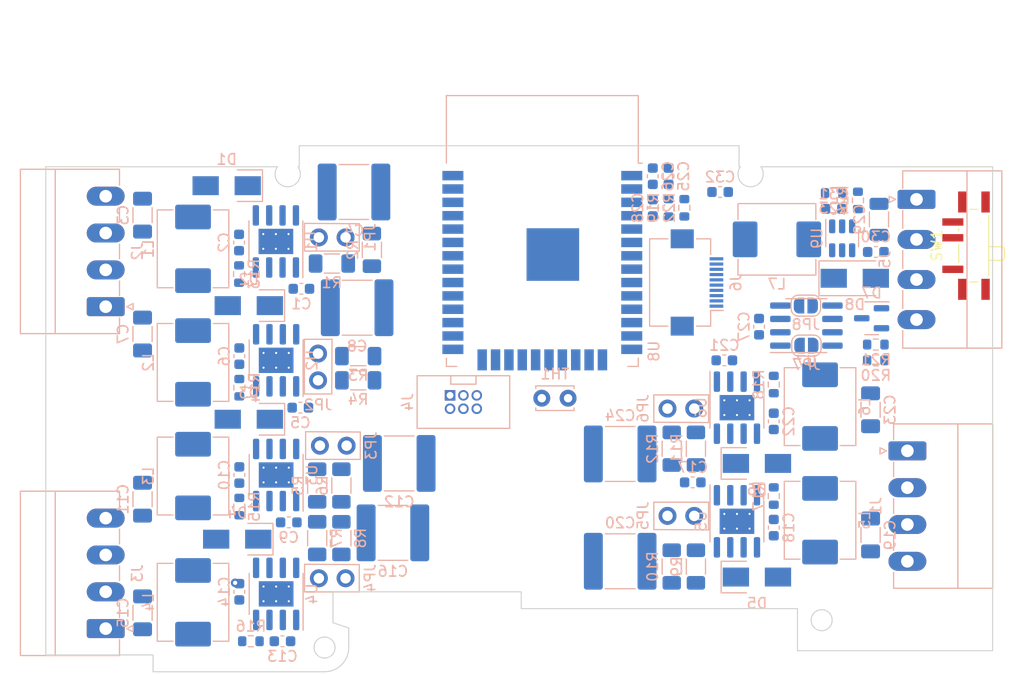
<source format=kicad_pcb>
(kicad_pcb (version 20211014) (generator pcbnew)
  (layers (0 "F.Cu" signal) (31 "B.Cu" signal) (34 "B.Paste" user) (35 "F.Paste" user) (36 "B.SilkS" user "B.Silkscreen") (37 "F.SilkS" user "F.Silkscreen") (38 "B.Mask" user) (39 "F.Mask" user) (44 "Edge.Cuts" user))
  (net 0 "")
  (net 1 "GND")
  (net 2 "Net-(C2-Pad1)")
  (net 3 "/LED_DRV/LED-")
  (net 4 "+48V")
  (net 5 "Net-(C6-Pad1)")
  (net 6 "/LED_DRV1/LED-")
  (net 7 "Net-(C10-Pad1)")
  (net 8 "/LED_DRV2/LED-")
  (net 9 "Net-(C14-Pad1)")
  (net 10 "/LED_DRV3/LED-")
  (net 11 "Net-(C18-Pad1)")
  (net 12 "/LED_DRV4/LED-")
  (net 13 "Net-(C22-Pad1)")
  (net 14 "/LED_DRV5/LED-")
  (net 15 "Net-(JP1-Pad1)")
  (net 16 "Net-(JP2-Pad1)")
  (net 17 "Net-(JP3-Pad1)")
  (net 18 "Net-(JP4-Pad1)")
  (net 19 "Net-(JP5-Pad1)")
  (net 20 "Net-(JP6-Pad1)")
  (net 21 "/LED_DRV/DIM")
  (net 22 "/LED_DRV1/DIM")
  (net 23 "/LED_DRV2/DIM")
  (net 24 "/LED_DRV3/DIM")
  (net 25 "/LED_DRV4/DIM")
  (net 26 "/LED_DRV5/DIM")
  (net 39 "/LED_DRV/CS")
  (net 40 "/LED_DRV1/CS")
  (net 41 "/LED_DRV2/CS")
  (net 42 "/LED_DRV3/CS")
  (net 43 "/LED_DRV4/CS")
  (net 44 "/LED_DRV5/CS")
  (net 45 "/LED_DRV/SW")
  (net 46 "/LED_DRV1/SW")
  (net 47 "/LED_DRV2/SW")
  (net 48 "/LED_DRV3/SW")
  (net 49 "/LED_DRV4/SW")
  (net 50 "/LED_DRV5/SW")
  (net 51 "/LED_DRV/COMP")
  (net 52 "/LED_DRV1/COMP")
  (net 53 "/LED_DRV2/COMP")
  (net 54 "/LED_DRV3/COMP")
  (net 55 "/LED_DRV4/COMP")
  (net 56 "/LED_DRV5/COMP")
  (net 57 "+3V3")
  (net 58 "RESET")
  (net 59 "+24V")
  (net 60 "Net-(C31-Pad1)")
  (net 61 "/SW")
  (net 62 "+5V")
  (net 63 "CANH_SDA")
  (net 64 "CANL_SCL")
  (net 65 "PROG_TX")
  (net 66 "PROG_RX")
  (net 67 "PROG_IO0")
  (net 68 "CAN_TX")
  (net 69 "CAN_RX")
  (net 70 "Net-(R20-Pad1)")
  (net 71 "Net-(R21-Pad2)")
  (net 72 "/THERM")
  (net 73 "Net-(R23-Pad2)")
  (net 76 "SW1")
  (net 79 "LED0")
  (net 80 "LED1")
  (net 81 "LED2")
  (net 82 "LED4")
  (net 83 "LED3")
  (net 84 "LED11")
  (net 91 "BUZZER")
  (net 92 "LED10")
  (net 93 "LED9")
  (net 94 "LED8")
  (net 95 "LED7")
  (net 96 "BACKLIGHT")
  (net 97 "SCLK")
  (net 98 "LED6")
  (net 100 "LED5")
  (net 101 "RS")
  (net 102 "MOSI")
  (footprint "liebler_MECH:SW_SPDT_PCM12_handsolder" (layer "F.Cu") (at 192.9 115.3 90)
    (fp_text reference "SW1" (at 0 -3.2 90) (layer "F.SilkS"))
    (fp_text value "CAN TERM ON")
    (pad "" smd rect locked (at 4.15 1.43 90) (size 2 0.8) (layers "F.Cu" "F.Paste" "F.Mask"))
    (pad "" np_thru_hole circle locked (at -1.5 0.33 90) (size 0.9 0.9) (drill 0.9) (layers *.Cu *.Mask))
    (pad "" smd rect locked (at -4.15 1.43 90) (size 2 0.8) (layers "F.Cu" "F.Paste" "F.Mask"))
    (pad "" np_thru_hole circle locked (at 1.5 0.33 90) (size 0.9 0.9) (drill 0.9) (layers *.Cu *.Mask))
    (pad "" smd rect locked (at 4.15 -0.78 90) (size 2 0.8) (layers "F.Cu" "F.Paste" "F.Mask"))
    (pad "" smd rect locked (at -4.15 -0.78 90) (size 2 0.8) (layers "F.Cu" "F.Paste" "F.Mask"))
    (pad "1" smd rect locked (at -2.25 -1.68 90) (size 0.7 2) (layers "F.Cu" "F.Paste" "F.Mask"))
    (pad "2" smd rect locked (at 0.75 -1.68 90) (size 0.7 2) (layers "F.Cu" "F.Paste" "F.Mask") (net 71 "Net-(R21-Pad2)"))
    (pad "3" smd rect locked (at 2.25 -1.68 90) (size 0.7 2) (layers "F.Cu" "F.Paste" "F.Mask") (net 64 "CANL_SCL"))
  )
  (footprint "Capacitor_SMD:C_2220_5650Metric" (layer "B.Cu") (at 159.6 145.3 180)
    (fp_text reference "C20" (at 0 3.65) (layer "B.SilkS") (effects (justify mirror)))
    (fp_text value "10u/100V")
    (pad "1" smd roundrect (at -2.55 0 180) (size 1.8 5.4) (layers "B.Cu" "B.Paste" "B.Mask") (roundrect_rratio 0.138889) (net 4 "+48V"))
    (pad "2" smd roundrect (at 2.55 0 180) (size 1.8 5.4) (layers "B.Cu" "B.Paste" "B.Mask") (roundrect_rratio 0.138889) (net 1 "GND"))
  )
  (footprint "Capacitor_SMD:C_2220_5650Metric" (layer "B.Cu") (at 134.6 121.2)
    (fp_text reference "C8" (at 0 3.65) (layer "B.SilkS") (effects (justify mirror)))
    (fp_text value "10u/100V")
    (pad "1" smd roundrect (at -2.55 0) (size 1.8 5.4) (layers "B.Cu" "B.Paste" "B.Mask") (roundrect_rratio 0.138889) (net 4 "+48V"))
    (pad "2" smd roundrect (at 2.55 0) (size 1.8 5.4) (layers "B.Cu" "B.Paste" "B.Mask") (roundrect_rratio 0.138889) (net 1 "GND"))
  )
  (footprint "Resistor_SMD:R_1206_3216Metric_Pad1.30x1.75mm_HandSolder" (layer "B.Cu") (at 130.8 143.1 90)
    (fp_text reference "R7" (at 0 1.82 90) (layer "B.SilkS") (effects (justify mirror)))
    (fp_text value "0R66")
    (pad "1" smd roundrect (at -1.55 0 90) (size 1.3 1.75) (layers "B.Cu" "B.Paste" "B.Mask") (roundrect_rratio 0.192308) (net 42 "/LED_DRV3/CS"))
    (pad "2" smd roundrect (at 1.55 0 90) (size 1.3 1.75) (layers "B.Cu" "B.Paste" "B.Mask") (roundrect_rratio 0.192308) (net 4 "+48V"))
  )
  (footprint "Capacitor_SMD:C_0603_1608Metric" (layer "B.Cu") (at 162.7 108.7 90)
    (fp_text reference "C26" (at 0 1.43 90) (layer "B.SilkS") (effects (justify mirror)))
    (fp_text value "u1")
    (pad "1" smd roundrect (at -0.775 0 90) (size 0.9 0.95) (layers "B.Cu" "B.Paste" "B.Mask") (net 57 "+3V3"))
    (pad "2" smd roundrect (at 0.775 0 90) (size 0.9 0.95) (layers "B.Cu" "B.Paste" "B.Mask") (net 1 "GND"))
  )
  (footprint "Capacitor_SMD:C_1206_3216Metric_Pad1.33x1.80mm_HandSolder" (layer "B.Cu") (at 114.2 139.4 -90)
    (fp_text reference "C11" (at 0 1.85 90) (layer "B.SilkS") (effects (justify mirror)))
    (fp_text value "10u/50V")
    (pad "1" smd roundrect (at -1.5625 0 270) (size 1.325 1.8) (layers "B.Cu" "B.Paste" "B.Mask") (roundrect_rratio 0.188679) (net 41 "/LED_DRV2/CS"))
    (pad "2" smd roundrect (at 1.5625 0 270) (size 1.325 1.8) (layers "B.Cu" "B.Paste" "B.Mask") (roundrect_rratio 0.188679) (net 8 "/LED_DRV2/LED-"))
  )
  (footprint "Capacitor_SMD:C_1206_3216Metric_Pad1.33x1.80mm_HandSolder" (layer "B.Cu") (at 183.4 130.9 90)
    (fp_text reference "C23" (at 0 1.85 90) (layer "B.SilkS") (effects (justify mirror)))
    (fp_text value "10u/50V")
    (pad "1" smd roundrect (at -1.5625 0 90) (size 1.325 1.8) (layers "B.Cu" "B.Paste" "B.Mask") (roundrect_rratio 0.188679) (net 44 "/LED_DRV5/CS"))
    (pad "2" smd roundrect (at 1.5625 0 90) (size 1.325 1.8) (layers "B.Cu" "B.Paste" "B.Mask") (roundrect_rratio 0.188679) (net 14 "/LED_DRV5/LED-"))
  )
  (footprint "Capacitor_SMD:C_0603_1608Metric" (layer "B.Cu") (at 128.1 141.6)
    (fp_text reference "C9" (at 0 1.43) (layer "B.SilkS") (effects (justify mirror)))
    (fp_text value "1n/25V")
    (pad "1" smd roundrect (at -0.775 0) (size 0.9 0.95) (layers "B.Cu" "B.Paste" "B.Mask") (net 53 "/LED_DRV2/COMP"))
    (pad "2" smd roundrect (at 0.775 0) (size 0.9 0.95) (layers "B.Cu" "B.Paste" "B.Mask") (net 1 "GND"))
  )
  (footprint "Capacitor_SMD:C_0603_1608Metric" (layer "B.Cu") (at 162.7 111.7 -90)
    (fp_text reference "C28" (at 0 1.43 90) (layer "B.SilkS") (effects (justify mirror)))
    (fp_text value "u1")
    (pad "1" smd roundrect (at -0.775 0 270) (size 0.9 0.95) (layers "B.Cu" "B.Paste" "B.Mask") (net 58 "RESET"))
    (pad "2" smd roundrect (at 0.775 0 270) (size 0.9 0.95) (layers "B.Cu" "B.Paste" "B.Mask") (net 1 "GND"))
  )
  (footprint "liebler_CONN:IDC_2x03_P1.27mm_Vertical" (layer "B.Cu") (at 144.7 130.165 -90)
    (fp_text reference "J4" (at 0 5.3 90) (layer "B.SilkS") (effects (justify mirror)))
    (fp_text value "PROG")
    (pad "1" thru_hole rect locked (at -0.635 1.27 270) (size 1 1) (drill 0.65) (layers *.Cu *.Mask) (net 58 "RESET"))
    (pad "2" thru_hole oval locked (at 0.635 1.27 270) (size 1 1) (drill 0.65) (layers *.Cu *.Mask) (net 57 "+3V3"))
    (pad "3" thru_hole oval locked (at -0.635 0 270) (size 1 1) (drill 0.65) (layers *.Cu *.Mask) (net 65 "PROG_TX"))
    (pad "4" thru_hole oval locked (at 0.635 0 270) (size 1 1) (drill 0.65) (layers *.Cu *.Mask) (net 1 "GND"))
    (pad "5" thru_hole oval locked (at -0.635 -1.27 270) (size 1 1) (drill 0.65) (layers *.Cu *.Mask) (net 66 "PROG_RX"))
    (pad "6" thru_hole oval locked (at 0.635 -1.27 270) (size 1 1) (drill 0.65) (layers *.Cu *.Mask) (net 67 "PROG_IO0"))
  )
  (footprint "Inductor_SMD:L_Abracon_ASPI-0630LR" (layer "B.Cu") (at 178.6 130.6 90)
    (fp_text reference "L6" (at 0 4.25 90) (layer "B.SilkS") (effects (justify mirror)))
    (fp_text value "47u")
    (pad "1" smd roundrect (at -3.025 0 90) (size 2.35 3.4) (layers "B.Cu" "B.Paste" "B.Mask") (roundrect_rratio 0.1) (net 50 "/LED_DRV5/SW"))
    (pad "2" smd roundrect (at 3.025 0 90) (size 2.35 3.4) (layers "B.Cu" "B.Paste" "B.Mask") (roundrect_rratio 0.1) (net 14 "/LED_DRV5/LED-"))
  )
  (footprint "Connector_FFC-FPC:Hirose_FH12-10S-0.5SH_1x10-1MP_P0.50mm_Horizontal" (layer "B.Cu") (at 166.9 118.8 90)
    (fp_text reference "J6" (at 0 3.7 90) (layer "B.SilkS") (effects (justify mirror)))
    (fp_text value "HMI")
    (pad "1" smd rect (at -2.25 1.85 90) (size 0.3 1.3) (layers "B.Cu" "B.Paste" "B.Mask") (net 91 "BUZZER"))
    (pad "2" smd rect (at -1.75 1.85 90) (size 0.3 1.3) (layers "B.Cu" "B.Paste" "B.Mask") (net 102 "MOSI"))
    (pad "3" smd rect (at -1.25 1.85 90) (size 0.3 1.3) (layers "B.Cu" "B.Paste" "B.Mask") (net 97 "SCLK"))
    (pad "4" smd rect (at -0.75 1.85 90) (size 0.3 1.3) (layers "B.Cu" "B.Paste" "B.Mask") (net 76 "SW1"))
    (pad "5" smd rect (at -0.25 1.85 90) (size 0.3 1.3) (layers "B.Cu" "B.Paste" "B.Mask") (net 101 "RS"))
    (pad "6" smd rect (at 0.25 1.85 90) (size 0.3 1.3) (layers "B.Cu" "B.Paste" "B.Mask") (net 58 "RESET"))
    (pad "7" smd rect (at 0.75 1.85 90) (size 0.3 1.3) (layers "B.Cu" "B.Paste" "B.Mask") (net 1 "GND"))
    (pad "8" smd rect (at 1.25 1.85 90) (size 0.3 1.3) (layers "B.Cu" "B.Paste" "B.Mask") (net 1 "GND"))
    (pad "9" smd rect (at 1.75 1.85 90) (size 0.3 1.3) (layers "B.Cu" "B.Paste" "B.Mask") (net 57 "+3V3"))
    (pad "10" smd rect (at 2.25 1.85 90) (size 0.3 1.3) (layers "B.Cu" "B.Paste" "B.Mask") (net 96 "BACKLIGHT"))
    (pad "MP" smd rect (at 4.15 -1.4 90) (size 1.8 2.2) (layers "B.Cu" "B.Paste" "B.Mask"))
    (pad "MP" smd rect (at -4.15 -1.4 90) (size 1.8 2.2) (layers "B.Cu" "B.Paste" "B.Mask"))
  )
  (footprint "liebler_CONN:Jumper 2x2.54" (layer "B.Cu") (at 164.1 130.785 -90)
    (fp_text reference "JP6" (at 0 2.33 -270) (layer "B.SilkS") (effects (justify mirror)))
    (fp_text value "3W")
    (pad "1" thru_hole circle (at 0 0 270) (size 1.7 1.7) (drill 1) (layers *.Cu *.Mask) (net 20 "Net-(JP6-Pad1)"))
    (pad "2" thru_hole oval (at 0 -2.54 270) (size 1.7 1.7) (drill 1) (layers *.Cu *.Mask) (net 44 "/LED_DRV5/CS"))
  )
  (footprint "Capacitor_SMD:C_0603_1608Metric" (layer "B.Cu") (at 174.2 142.1 90)
    (fp_text reference "C18" (at 0 1.43 90) (layer "B.SilkS") (effects (justify mirror)))
    (fp_text value "1u/25V")
    (pad "1" smd roundrect (at -0.775 0 90) (size 0.9 0.95) (layers "B.Cu" "B.Paste" "B.Mask") (net 11 "Net-(C18-Pad1)"))
    (pad "2" smd roundrect (at 0.775 0 90) (size 0.9 0.95) (layers "B.Cu" "B.Paste" "B.Mask") (net 1 "GND"))
  )
  (footprint "Capacitor_SMD:C_1206_3216Metric_Pad1.33x1.80mm_HandSolder" (layer "B.Cu") (at 114.2 150.2 -90)
    (fp_text reference "C15" (at 0 1.85 90) (layer "B.SilkS") (effects (justify mirror)))
    (fp_text value "10u/50V")
    (pad "1" smd roundrect (at -1.5625 0 270) (size 1.325 1.8) (layers "B.Cu" "B.Paste" "B.Mask") (roundrect_rratio 0.188679) (net 42 "/LED_DRV3/CS"))
    (pad "2" smd roundrect (at 1.5625 0 270) (size 1.325 1.8) (layers "B.Cu" "B.Paste" "B.Mask") (roundrect_rratio 0.188679) (net 10 "/LED_DRV3/LED-"))
  )
  (footprint "Package_SO:SOIC-8_3.9x4.9mm_P1.27mm" (layer "B.Cu") (at 177.3 122.9)
    (fp_text reference "U7" (at 0 3.4) (layer "B.SilkS") (effects (justify mirror)))
    (fp_text value "SN65HVD230")
    (pad "1" smd roundrect (at -2.475 1.905) (size 1.95 0.6) (layers "B.Cu" "B.Paste" "B.Mask") (net 68 "CAN_TX"))
    (pad "2" smd roundrect (at -2.475 0.635) (size 1.95 0.6) (layers "B.Cu" "B.Paste" "B.Mask") (net 1 "GND"))
    (pad "3" smd roundrect (at -2.475 -0.635) (size 1.95 0.6) (layers "B.Cu" "B.Paste" "B.Mask") (net 57 "+3V3"))
    (pad "4" smd roundrect (at -2.475 -1.905) (size 1.95 0.6) (layers "B.Cu" "B.Paste" "B.Mask") (net 69 "CAN_RX"))
    (pad "5" smd roundrect (at 2.475 -1.905) (size 1.95 0.6) (layers "B.Cu" "B.Paste" "B.Mask"))
    (pad "6" smd roundrect (at 2.475 -0.635) (size 1.95 0.6) (layers "B.Cu" "B.Paste" "B.Mask") (net 64 "CANL_SCL"))
    (pad "7" smd roundrect (at 2.475 0.635) (size 1.95 0.6) (layers "B.Cu" "B.Paste" "B.Mask") (net 63 "CANH_SDA"))
    (pad "8" smd roundrect (at 2.475 1.905) (size 1.95 0.6) (layers "B.Cu" "B.Paste" "B.Mask") (net 70 "Net-(R20-Pad1)"))
  )
  (footprint "Inductor_SMD:L_Abracon_ASPI-0630LR" (layer "B.Cu") (at 119 115.6 -90)
    (fp_text reference "L1" (at 0 4.25 -270) (layer "B.SilkS") (effects (justify mirror)))
    (fp_text value "47u")
    (pad "1" smd roundrect (at -3.025 0 270) (size 2.35 3.4) (layers "B.Cu" "B.Paste" "B.Mask") (roundrect_rratio 0.1) (net 45 "/LED_DRV/SW"))
    (pad "2" smd roundrect (at 3.025 0 270) (size 2.35 3.4) (layers "B.Cu" "B.Paste" "B.Mask") (roundrect_rratio 0.1) (net 3 "/LED_DRV/LED-"))
  )
  (footprint "Resistor_SMD:R_0603_1608Metric" (layer "B.Cu") (at 183.9 124.7)
    (fp_text reference "R21" (at 0 1.43) (layer "B.SilkS") (effects (justify mirror)))
    (fp_text value "k12")
    (pad "1" smd roundrect (at -0.825 0) (size 0.8 0.95) (layers "B.Cu" "B.Paste" "B.Mask") (net 63 "CANH_SDA"))
    (pad "2" smd roundrect (at 0.825 0) (size 0.8 0.95) (layers "B.Cu" "B.Paste" "B.Mask") (net 71 "Net-(R21-Pad2)"))
  )
  (footprint "Capacitor_SMD:C_0603_1608Metric" (layer "B.Cu") (at 123.4 125.8 -90)
    (fp_text reference "C6" (at 0 1.43 90) (layer "B.SilkS") (effects (justify mirror)))
    (fp_text value "1u/25V")
    (pad "1" smd roundrect (at -0.775 0 270) (size 0.9 0.95) (layers "B.Cu" "B.Paste" "B.Mask") (net 5 "Net-(C6-Pad1)"))
    (pad "2" smd roundrect (at 0.775 0 270) (size 0.9 0.95) (layers "B.Cu" "B.Paste" "B.Mask") (net 1 "GND"))
  )
  (footprint "Capacitor_SMD:C_0603_1608Metric" (layer "B.Cu") (at 123.375 115 -90)
    (fp_text reference "C2" (at 0 1.43 90) (layer "B.SilkS") (effects (justify mirror)))
    (fp_text value "1u/25V")
    (pad "1" smd roundrect (at -0.775 0 270) (size 0.9 0.95) (layers "B.Cu" "B.Paste" "B.Mask") (net 2 "Net-(C2-Pad1)"))
    (pad "2" smd roundrect (at 0.775 0 270) (size 0.9 0.95) (layers "B.Cu" "B.Paste" "B.Mask") (net 1 "GND"))
  )
  (footprint "Resistor_SMD:R_0603_1608Metric" (layer "B.Cu") (at 123.4 140.1 90)
    (fp_text reference "R15" (at 0 1.43 90) (layer "B.SilkS") (effects (justify mirror)))
    (fp_text value "10k")
    (pad "1" smd roundrect (at -0.825 0 90) (size 0.8 0.95) (layers "B.Cu" "B.Paste" "B.Mask") (net 23 "/LED_DRV2/DIM"))
    (pad "2" smd roundrect (at 0.825 0 90) (size 0.8 0.95) (layers "B.Cu" "B.Paste" "B.Mask") (net 1 "GND"))
  )
  (footprint "RF_Module:ESP32-WROOM-32" (layer "B.Cu") (at 152.2 116.9 180)
    (fp_text reference "U8" (at -10.61 -8.43 90) (layer "B.SilkS") (effects (justify mirror)))
    (fp_text value "ESP32-WROOM-32")
    (pad "1" smd rect (at -8.5 8.255 180) (size 2 0.9) (layers "B.Cu" "B.Paste" "B.Mask") (net 1 "GND"))
    (pad "2" smd rect (at -8.5 6.985 180) (size 2 0.9) (layers "B.Cu" "B.Paste" "B.Mask") (net 57 "+3V3"))
    (pad "3" smd rect (at -8.5 5.715 180) (size 2 0.9) (layers "B.Cu" "B.Paste" "B.Mask") (net 58 "RESET"))
    (pad "4" smd rect (at -8.5 4.445 180) (size 2 0.9) (layers "B.Cu" "B.Paste" "B.Mask") (net 76 "SW1"))
    (pad "5" smd rect (at -8.5 3.175 180) (size 2 0.9) (layers "B.Cu" "B.Paste" "B.Mask"))
    (pad "6" smd rect (at -8.5 1.905 180) (size 2 0.9) (layers "B.Cu" "B.Paste" "B.Mask") (net 72 "/THERM"))
    (pad "7" smd rect (at -8.5 0.635 180) (size 2 0.9) (layers "B.Cu" "B.Paste" "B.Mask") (net 69 "CAN_RX"))
    (pad "8" smd rect (at -8.5 -0.635 180) (size 2 0.9) (layers "B.Cu" "B.Paste" "B.Mask") (net 68 "CAN_TX"))
    (pad "9" smd rect (at -8.5 -1.905 180) (size 2 0.9) (layers "B.Cu" "B.Paste" "B.Mask"))
    (pad "10" smd rect (at -8.5 -3.175 180) (size 2 0.9) (layers "B.Cu" "B.Paste" "B.Mask") (net 79 "LED0"))
    (pad "11" smd rect (at -8.5 -4.445 180) (size 2 0.9) (layers "B.Cu" "B.Paste" "B.Mask") (net 80 "LED1"))
    (pad "12" smd rect (at -8.5 -5.715 180) (size 2 0.9) (layers "B.Cu" "B.Paste" "B.Mask") (net 81 "LED2"))
    (pad "13" smd rect (at -8.5 -6.985 180) (size 2 0.9) (layers "B.Cu" "B.Paste" "B.Mask") (net 82 "LED4"))
    (pad "14" smd rect (at -8.5 -8.255 180) (size 2 0.9) (layers "B.Cu" "B.Paste" "B.Mask") (net 83 "LED3"))
    (pad "15" smd rect (at -5.715 -9.255 90) (size 2 0.9) (layers "B.Cu" "B.Paste" "B.Mask") (net 1 "GND"))
    (pad "16" smd rect (at -4.445 -9.255 90) (size 2 0.9) (layers "B.Cu" "B.Paste" "B.Mask") (net 84 "LED11"))
    (pad "17" smd rect (at -3.175 -9.255 90) (size 2 0.9) (layers "B.Cu" "B.Paste" "B.Mask"))
    (pad "18" smd rect (at -1.905 -9.255 90) (size 2 0.9) (layers "B.Cu" "B.Paste" "B.Mask"))
    (pad "19" smd rect (at -0.635 -9.255 90) (size 2 0.9) (layers "B.Cu" "B.Paste" "B.Mask"))
    (pad "20" smd rect (at 0.635 -9.255 90) (size 2 0.9) (layers "B.Cu" "B.Paste" "B.Mask"))
    (pad "21" smd rect (at 1.905 -9.255 90) (size 2 0.9) (layers "B.Cu" "B.Paste" "B.Mask"))
    (pad "22" smd rect (at 3.175 -9.255 90) (size 2 0.9) (layers "B.Cu" "B.Paste" "B.Mask"))
    (pad "23" smd rect (at 4.445 -9.255 90) (size 2 0.9) (layers "B.Cu" "B.Paste" "B.Mask") (net 91 "BUZZER"))
    (pad "24" smd rect (at 5.715 -9.255 90) (size 2 0.9) (layers "B.Cu" "B.Paste" "B.Mask") (net 92 "LED10"))
    (pad "25" smd rect (at 8.5 -8.255 180) (size 2 0.9) (layers "B.Cu" "B.Paste" "B.Mask") (net 67 "PROG_IO0"))
    (pad "26" smd rect (at 8.5 -6.985 180) (size 2 0.9) (layers "B.Cu" "B.Paste" "B.Mask") (net 93 "LED9"))
    (pad "27" smd rect (at 8.5 -5.715 180) (size 2 0.9) (layers "B.Cu" "B.Paste" "B.Mask") (net 94 "LED8"))
    (pad "28" smd rect (at 8.5 -4.445 180) (size 2 0.9) (layers "B.Cu" "B.Paste" "B.Mask") (net 95 "LED7"))
    (pad "29" smd rect (at 8.5 -3.175 180) (size 2 0.9) (layers "B.Cu" "B.Paste" "B.Mask") (net 96 "BACKLIGHT"))
    (pad "30" smd rect (at 8.5 -1.905 180) (size 2 0.9) (layers "B.Cu" "B.Paste" "B.Mask") (net 97 "SCLK"))
    (pad "31" smd rect (at 8.5 -0.635 180) (size 2 0.9) (layers "B.Cu" "B.Paste" "B.Mask") (net 98 "LED6"))
    (pad "32" smd rect (at 8.5 0.635 180) (size 2 0.9) (layers "B.Cu" "B.Paste" "B.Mask"))
    (pad "33" smd rect (at 8.5 1.905 180) (size 2 0.9) (layers "B.Cu" "B.Paste" "B.Mask") (net 100 "LED5"))
    (pad "34" smd rect (at 8.5 3.175 180) (size 2 0.9) (layers "B.Cu" "B.Paste" "B.Mask") (net 66 "PROG_RX"))
    (pad "35" smd rect (at 8.5 4.445 180) (size 2 0.9) (layers "B.Cu" "B.Paste" "B.Mask") (net 65 "PROG_TX"))
    (pad "36" smd rect (at 8.5 5.715 180) (size 2 0.9) (layers "B.Cu" "B.Paste" "B.Mask") (net 101 "RS"))
    (pad "37" smd rect (at 8.5 6.985 180) (size 2 0.9) (layers "B.Cu" "B.Paste" "B.Mask") (net 102 "MOSI"))
    (pad "38" smd rect (at 8.5 8.255 180) (size 2 0.9) (layers "B.Cu" "B.Paste" "B.Mask") (net 1 "GND"))
    (pad "39" smd rect (at -1 0.755 180) (size 5 5) (layers "B.Cu" "B.Paste" "B.Mask") (net 1 "GND"))
  )
  (footprint "Inductor_SMD:L_Abracon_ASPI-0630LR" (layer "B.Cu") (at 174.5 114.7)
    (fp_text reference "L7" (at 0 4.25) (layer "B.SilkS") (effects (justify mirror)))
    (fp_text value "6u8")
    (pad "1" smd roundrect (at -3.025 0) (size 2.35 3.4) (layers "B.Cu" "B.Paste" "B.Mask") (roundrect_rratio 0.1) (net 62 "+5V"))
    (pad "2" smd roundrect (at 3.025 0) (size 2.35 3.4) (layers "B.Cu" "B.Paste" "B.Mask") (roundrect_rratio 0.1) (net 61 "/SW"))
  )
  (footprint "Resistor_SMD:R_0603_1608Metric" (layer "B.Cu") (at 183.9 126.2)
    (fp_text reference "R20" (at 0 1.43) (layer "B.SilkS") (effects (justify mirror)))
    (fp_text value "4k7")
    (pad "1" smd roundrect (at -0.825 0) (size 0.8 0.95) (layers "B.Cu" "B.Paste" "B.Mask") (net 70 "Net-(R20-Pad1)"))
    (pad "2" smd roundrect (at 0.825 0) (size 0.8 0.95) (layers "B.Cu" "B.Paste" "B.Mask") (net 1 "GND"))
  )
  (footprint "Capacitor_SMD:C_2220_5650Metric" (layer "B.Cu") (at 138 142.6)
    (fp_text reference "C16" (at 0 3.65) (layer "B.SilkS") (effects (justify mirror)))
    (fp_text value "10u/100V")
    (pad "1" smd roundrect (at -2.55 0) (size 1.8 5.4) (layers "B.Cu" "B.Paste" "B.Mask") (roundrect_rratio 0.138889) (net 4 "+48V"))
    (pad "2" smd roundrect (at 2.55 0) (size 1.8 5.4) (layers "B.Cu" "B.Paste" "B.Mask") (roundrect_rratio 0.138889) (net 1 "GND"))
  )
  (footprint "Package_SO:SOIC-8-1EP_3.9x4.9mm_P1.27mm_EP2.41x3.3mm_ThermalVias" (layer "B.Cu") (at 126.9 126.2 90)
    (fp_text reference "U2" (at 0 3.4 90) (layer "B.SilkS") (effects (justify mirror)))
    (fp_text value "BP1808")
    (pad "1" smd roundrect (at -2.475 1.905 90) (size 1.95 0.6) (layers "B.Cu" "B.Paste" "B.Mask") (net 1 "GND"))
    (pad "2" smd roundrect (at -2.475 0.635 90) (size 1.95 0.6) (layers "B.Cu" "B.Paste" "B.Mask") (net 52 "/LED_DRV1/COMP"))
    (pad "3" smd roundrect (at -2.475 -0.635 90) (size 1.95 0.6) (layers "B.Cu" "B.Paste" "B.Mask") (net 22 "/LED_DRV1/DIM"))
    (pad "4" smd roundrect (at -2.475 -1.905 90) (size 1.95 0.6) (layers "B.Cu" "B.Paste" "B.Mask") (net 1 "GND"))
    (pad "5" smd roundrect (at 2.475 -1.905 90) (size 1.95 0.6) (layers "B.Cu" "B.Paste" "B.Mask") (net 46 "/LED_DRV1/SW"))
    (pad "6" smd roundrect (at 2.475 -0.635 90) (size 1.95 0.6) (layers "B.Cu" "B.Paste" "B.Mask") (net 5 "Net-(C6-Pad1)"))
    (pad "7" smd roundrect (at 2.475 0.635 90) (size 1.95 0.6) (layers "B.Cu" "B.Paste" "B.Mask") (net 4 "+48V"))
    (pad "8" smd roundrect (at 2.475 1.905 90) (size 1.95 0.6) (layers "B.Cu" "B.Paste" "B.Mask") (net 40 "/LED_DRV1/CS"))
    (pad "9" thru_hole circle (at 0.7 0 90) (size 0.5 0.5) (drill 0.2) (layers *.Cu) (net 1 "GND"))
    (pad "9" thru_hole circle (at -0.7 -1.2 90) (size 0.5 0.5) (drill 0.2) (layers *.Cu) (net 1 "GND"))
    (pad "9" smd rect (at 0 0 90) (size 2.41 3.3) (layers "B.Cu" "B.Mask") (net 1 "GND"))
    (pad "9" thru_hole circle (at 0.7 -1.2 90) (size 0.5 0.5) (drill 0.2) (layers *.Cu) (net 1 "GND"))
    (pad "9" smd rect (at 0 0 90) (size 1.9 2.9) (layers "F.Cu") (net 1 "GND"))
    (pad "9" thru_hole circle (at 0.7 1.2 90) (size 0.5 0.5) (drill 0.2) (layers *.Cu) (net 1 "GND"))
    (pad "9" thru_hole circle (at -0.7 1.2 90) (size 0.5 0.5) (drill 0.2) (layers *.Cu) (net 1 "GND"))
    (pad "9" thru_hole circle (at -0.7 0 90) (size 0.5 0.5) (drill 0.2) (layers *.Cu) (net 1 "GND"))
  )
  (footprint "Capacitor_SMD:C_0603_1608Metric" (layer "B.Cu") (at 166.5 137.8 180)
    (fp_text reference "C17" (at 0 1.43) (layer "B.SilkS") (effects (justify mirror)))
    (fp_text value "1n/25V")
    (pad "1" smd roundrect (at -0.775 0 180) (size 0.9 0.95) (layers "B.Cu" "B.Paste" "B.Mask") (net 55 "/LED_DRV4/COMP"))
    (pad "2" smd roundrect (at 0.775 0 180) (size 0.9 0.95) (layers "B.Cu" "B.Paste" "B.Mask") (net 1 "GND"))
  )
  (footprint "Resistor_SMD:R_1206_3216Metric_Pad1.30x1.75mm_HandSolder" (layer "B.Cu") (at 164.5 145.8 -90)
    (fp_text reference "R10" (at 0 1.82 90) (layer "B.SilkS") (effects (justify mirror)))
    (fp_text value "0R5")
    (pad "1" smd roundrect (at -1.55 0 270) (size 1.3 1.75) (layers "B.Cu" "B.Paste" "B.Mask") (roundrect_rratio 0.192308) (net 19 "Net-(JP5-Pad1)"))
    (pad "2" smd roundrect (at 1.55 0 270) (size 1.3 1.75) (layers "B.Cu" "B.Paste" "B.Mask") (roundrect_rratio 0.192308) (net 4 "+48V"))
  )
  (footprint "Resistor_SMD:R_1206_3216Metric_Pad1.30x1.75mm_HandSolder" (layer "B.Cu") (at 134.7 125.8)
    (fp_text reference "R3" (at 0 1.82) (layer "B.SilkS") (effects (justify mirror)))
    (fp_text value "0R66")
    (pad "1" smd roundrect (at -1.55 0) (size 1.3 1.75) (layers "B.Cu" "B.Paste" "B.Mask") (roundrect_rratio 0.192308) (net 40 "/LED_DRV1/CS"))
    (pad "2" smd roundrect (at 1.55 0) (size 1.3 1.75) (layers "B.Cu" "B.Paste" "B.Mask") (roundrect_rratio 0.192308) (net 4 "+48V"))
  )
  (footprint "Resistor_SMD:R_1206_3216Metric_Pad1.30x1.75mm_HandSolder" (layer "B.Cu") (at 132.2 117)
    (fp_text reference "R1" (at 0 1.82) (layer "B.SilkS") (effects (justify mirror)))
    (fp_text value "0R66")
    (pad "1" smd roundrect (at -1.55 0) (size 1.3 1.75) (layers "B.Cu" "B.Paste" "B.Mask") (roundrect_rratio 0.192308) (net 39 "/LED_DRV/CS"))
    (pad "2" smd roundrect (at 1.55 0) (size 1.3 1.75) (layers "B.Cu" "B.Paste" "B.Mask") (roundrect_rratio 0.192308) (net 4 "+48V"))
  )
  (footprint "Inductor_SMD:L_Abracon_ASPI-0630LR" (layer "B.Cu") (at 119 137.2 -90)
    (fp_text reference "L3" (at 0 4.25 90) (layer "B.SilkS") (effects (justify mirror)))
    (fp_text value "47u")
    (pad "1" smd roundrect (at -3.025 0 270) (size 2.35 3.4) (layers "B.Cu" "B.Paste" "B.Mask") (roundrect_rratio 0.1) (net 47 "/LED_DRV2/SW"))
    (pad "2" smd roundrect (at 3.025 0 270) (size 2.35 3.4) (layers "B.Cu" "B.Paste" "B.Mask") (roundrect_rratio 0.1) (net 8 "/LED_DRV2/LED-"))
  )
  (footprint "Connector_Phoenix_MC:PhoenixContact_MC_1,5_4-G-3.81_1x04_P3.81mm_Horizontal" (layer "B.Cu") (at 187.7675 110.9 -90)
    (fp_text reference "J5" (at 5.72 3 90) (layer "B.SilkS") (effects (justify mirror)))
    (fp_text value "POWER+CAN")
    (pad "1" thru_hole roundrect (at 0 0 270) (size 1.8 3.6) (drill 1.2) (layers *.Cu *.Mask) (roundrect_rratio 0.138889) (net 1 "GND"))
    (pad "2" thru_hole oval (at 3.81 0 270) (size 1.8 3.6) (drill 1.2) (layers *.Cu *.Mask) (net 59 "+24V"))
    (pad "3" thru_hole oval (at 7.62 0 270) (size 1.8 3.6) (drill 1.2) (layers *.Cu *.Mask) (net 63 "CANH_SDA"))
    (pad "4" thru_hole oval (at 11.43 0 270) (size 1.8 3.6) (drill 1.2) (layers *.Cu *.Mask) (net 64 "CANL_SCL"))
  )
  (footprint "Capacitor_SMD:C_0603_1608Metric" (layer "B.Cu") (at 172.8 123 -90)
    (fp_text reference "C27" (at 0 1.43 90) (layer "B.SilkS") (effects (justify mirror)))
    (fp_text value "u1")
    (pad "1" smd roundrect (at -0.775 0 270) (size 0.9 0.95) (layers "B.Cu" "B.Paste" "B.Mask") (net 57 "+3V3"))
    (pad "2" smd roundrect (at 0.775 0 270) (size 0.9 0.95) (layers "B.Cu" "B.Paste" "B.Mask") (net 1 "GND"))
  )
  (footprint "liebler_CONN:Jumper 2x2.54" (layer "B.Cu") (at 133.5 114.515 90)
    (fp_text reference "JP1" (at 0 2.33 90) (layer "B.SilkS") (effects (justify mirror)))
    (fp_text value "3W")
    (pad "1" thru_hole circle (at 0 0 90) (size 1.7 1.7) (drill 1) (layers *.Cu *.Mask) (net 15 "Net-(JP1-Pad1)"))
    (pad "2" thru_hole oval (at 0 -2.54 90) (size 1.7 1.7) (drill 1) (layers *.Cu *.Mask) (net 39 "/LED_DRV/CS"))
  )
  (footprint "Package_SO:SOIC-8-1EP_3.9x4.9mm_P1.27mm_EP2.41x3.3mm_ThermalVias" (layer "B.Cu") (at 170.7 130.7 -90)
    (fp_text reference "U6" (at 0 3.4 90) (layer "B.SilkS") (effects (justify mirror)))
    (fp_text value "BP1808")
    (pad "1" smd roundrect (at -2.475 1.905 270) (size 1.95 0.6) (layers "B.Cu" "B.Paste" "B.Mask") (net 1 "GND"))
    (pad "2" smd roundrect (at -2.475 0.635 270) (size 1.95 0.6) (layers "B.Cu" "B.Paste" "B.Mask") (net 56 "/LED_DRV5/COMP"))
    (pad "3" smd roundrect (at -2.475 -0.635 270) (size 1.95 0.6) (layers "B.Cu" "B.Paste" "B.Mask") (net 26 "/LED_DRV5/DIM"))
    (pad "4" smd roundrect (at -2.475 -1.905 270) (size 1.95 0.6) (layers "B.Cu" "B.Paste" "B.Mask") (net 1 "GND"))
    (pad "5" smd roundrect (at 2.475 -1.905 270) (size 1.95 0.6) (layers "B.Cu" "B.Paste" "B.Mask") (net 50 "/LED_DRV5/SW"))
    (pad "6" smd roundrect (at 2.475 -0.635 270) (size 1.95 0.6) (layers "B.Cu" "B.Paste" "B.Mask") (net 13 "Net-(C22-Pad1)"))
    (pad "7" smd roundrect (at 2.475 0.635 270) (size 1.95 0.6) (layers "B.Cu" "B.Paste" "B.Mask") (net 4 "+48V"))
    (pad "8" smd roundrect (at 2.475 1.905 270) (size 1.95 0.6) (layers "B.Cu" "B.Paste" "B.Mask") (net 44 "/LED_DRV5/CS"))
    (pad "9" smd rect (at 0 0 270) (size 1.9 2.9) (layers "F.Cu") (net 1 "GND"))
    (pad "9" thru_hole circle (at 0.7 1.2 270) (size 0.5 0.5) (drill 0.2) (layers *.Cu) (net 1 "GND"))
    (pad "9" thru_hole circle (at -0.7 -1.2 270) (size 0.5 0.5) (drill 0.2) (layers *.Cu) (net 1 "GND"))
    (pad "9" thru_hole circle (at -0.7 1.2 270) (size 0.5 0.5) (drill 0.2) (layers *.Cu) (net 1 "GND"))
    (pad "9" thru_hole circle (at -0.7 0 270) (size 0.5 0.5) (drill 0.2) (layers *.Cu) (net 1 "GND"))
    (pad "9" thru_hole circle (at 0.7 0 270) (size 0.5 0.5) (drill 0.2) (layers *.Cu) (net 1 "GND"))
    (pad "9" thru_hole circle (at 0.7 -1.2 270) (size 0.5 0.5) (drill 0.2) (layers *.Cu) (net 1 "GND"))
    (pad "9" smd rect (at 0 0 270) (size 2.41 3.3) (layers "B.Cu" "B.Mask") (net 1 "GND"))
  )
  (footprint "Capacitor_SMD:C_1206_3216Metric" (layer "B.Cu") (at 184.2 112.8 -90)
    (fp_text reference "C29" (at 0 1.85 90) (layer "B.SilkS") (effects (justify mirror)))
    (fp_text value "10u")
    (pad "1" smd roundrect (at -1.475 0 270) (size 1.15 1.8) (layers "B.Cu" "B.Paste" "B.Mask") (roundrect_rratio 0.217391) (net 1 "GND"))
    (pad "2" smd roundrect (at 1.475 0 270) (size 1.15 1.8) (layers "B.Cu" "B.Paste" "B.Mask") (roundrect_rratio 0.217391) (net 59 "+24V"))
  )
  (footprint "Capacitor_SMD:C_0603_1608Metric" (layer "B.Cu") (at 179.9 111.8 180)
    (fp_text reference "C31" (at 0 1.43) (layer "B.SilkS") (effects (justify mirror)))
    (fp_text value "10n")
    (pad "1" smd roundrect (at -0.775 0 180) (size 0.9 0.95) (layers "B.Cu" "B.Paste" "B.Mask") (net 60 "Net-(C31-Pad1)"))
    (pad "2" smd roundrect (at 0.775 0 180) (size 0.9 0.95) (layers "B.Cu" "B.Paste" "B.Mask") (net 61 "/SW"))
  )
  (footprint "Capacitor_SMD:C_2220_5650Metric" (layer "B.Cu") (at 159.6 135.1 180)
    (fp_text reference "C24" (at 0 3.65) (layer "B.SilkS") (effects (justify mirror)))
    (fp_text value "10u/100V")
    (pad "1" smd roundrect (at -2.55 0 180) (size 1.8 5.4) (layers "B.Cu" "B.Paste" "B.Mask") (roundrect_rratio 0.138889) (net 4 "+48V"))
    (pad "2" smd roundrect (at 2.55 0 180) (size 1.8 5.4) (layers "B.Cu" "B.Paste" "B.Mask") (roundrect_rratio 0.138889) (net 1 "GND"))
  )
  (footprint "Resistor_SMD:R_1206_3216Metric_Pad1.30x1.75mm_HandSolder" (layer "B.Cu") (at 133.1 143.1 90)
    (fp_text reference "R8" (at 0 1.82 90) (layer "B.SilkS") (effects (justify mirror)))
    (fp_text value "0R5")
    (pad "1" smd roundrect (at -1.55 0 90) (size 1.3 1.75) (layers "B.Cu" "B.Paste" "B.Mask") (roundrect_rratio 0.192308) (net 18 "Net-(JP4-Pad1)"))
    (pad "2" smd roundrect (at 1.55 0 90) (size 1.3 1.75) (layers "B.Cu" "B.Paste" "B.Mask") (roundrect_rratio 0.192308) (net 4 "+48V"))
  )
  (footprint "Package_SO:SOIC-8-1EP_3.9x4.9mm_P1.27mm_EP2.41x3.3mm_ThermalVias" (layer "B.Cu") (at 170.7 141.5 -90)
    (fp_text reference "U5" (at 0 3.4 90) (layer "B.SilkS") (effects (justify mirror)))
    (fp_text value "BP1808")
    (pad "1" smd roundrect (at -2.475 1.905 270) (size 1.95 0.6) (layers "B.Cu" "B.Paste" "B.Mask") (net 1 "GND"))
    (pad "2" smd roundrect (at -2.475 0.635 270) (size 1.95 0.6) (layers "B.Cu" "B.Paste" "B.Mask") (net 55 "/LED_DRV4/COMP"))
    (pad "3" smd roundrect (at -2.475 -0.635 270) (size 1.95 0.6) (layers "B.Cu" "B.Paste" "B.Mask") (net 25 "/LED_DRV4/DIM"))
    (pad "4" smd roundrect (at -2.475 -1.905 270) (size 1.95 0.6) (layers "B.Cu" "B.Paste" "B.Mask") (net 1 "GND"))
    (pad "5" smd roundrect (at 2.475 -1.905 270) (size 1.95 0.6) (layers "B.Cu" "B.Paste" "B.Mask") (net 49 "/LED_DRV4/SW"))
    (pad "6" smd roundrect (at 2.475 -0.635 270) (size 1.95 0.6) (layers "B.Cu" "B.Paste" "B.Mask") (net 11 "Net-(C18-Pad1)"))
    (pad "7" smd roundrect (at 2.475 0.635 270) (size 1.95 0.6) (layers "B.Cu" "B.Paste" "B.Mask") (net 4 "+48V"))
    (pad "8" smd roundrect (at 2.475 1.905 270) (size 1.95 0.6) (layers "B.Cu" "B.Paste" "B.Mask") (net 43 "/LED_DRV4/CS"))
    (pad "9" thru_hole circle (at 0.7 0 270) (size 0.5 0.5) (drill 0.2) (layers *.Cu) (net 1 "GND"))
    (pad "9" thru_hole circle (at -0.7 0 270) (size 0.5 0.5) (drill 0.2) (layers *.Cu) (net 1 "GND"))
    (pad "9" smd rect (at 0 0 270) (size 1.9 2.9) (layers "F.Cu") (net 1 "GND"))
    (pad "9" smd rect (at 0 0 270) (size 2.41 3.3) (layers "B.Cu" "B.Mask") (net 1 "GND"))
    (pad "9" thru_hole circle (at -0.7 -1.2 270) (size 0.5 0.5) (drill 0.2) (layers *.Cu) (net 1 "GND"))
    (pad "9" thru_hole circle (at 0.7 -1.2 270) (size 0.5 0.5) (drill 0.2) (layers *.Cu) (net 1 "GND"))
    (pad "9" thru_hole circle (at 0.7 1.2 270) (size 0.5 0.5) (drill 0.2) (layers *.Cu) (net 1 "GND"))
    (pad "9" thru_hole circle (at -0.7 1.2 270) (size 0.5 0.5) (drill 0.2) (layers *.Cu) (net 1 "GND"))
  )
  (footprint "Capacitor_SMD:C_0603_1608Metric" (layer "B.Cu") (at 123.4 148.2 -90)
    (fp_text reference "C14" (at 0 1.43 90) (layer "B.SilkS") (effects (justify mirror)))
    (fp_text value "1u/25V")
    (pad "1" smd roundrect (at -0.775 0 270) (size 0.9 0.95) (layers "B.Cu" "B.Paste" "B.Mask") (net 9 "Net-(C14-Pad1)"))
    (pad "2" smd roundrect (at 0.775 0 270) (size 0.9 0.95) (layers "B.Cu" "B.Paste" "B.Mask") (net 1 "GND"))
  )
  (footprint "liebler_SEMICONDUCTORS:D_SMA" (layer "B.Cu") (at 172.6 146.8)
    (fp_text reference "D5" (at 0 2.5) (layer "B.SilkS") (effects (justify mirror)))
    (fp_text value "SS210")
    (pad "1" smd rect (at -2 0) (size 2.5 1.8) (layers "B.Cu" "B.Paste" "B.Mask") (net 4 "+48V"))
    (pad "2" smd rect (at 2 0) (size 2.5 1.8) (layers "B.Cu" "B.Paste" "B.Mask") (net 49 "/LED_DRV4/SW"))
  )
  (footprint "Resistor_SMD:R_0603_1608Metric" (layer "B.Cu") (at 165.7 111.7 -90)
    (fp_text reference "R22" (at 0 1.43 90) (layer "B.SilkS") (effects (justify mirror)))
    (fp_text value "10k")
    (pad "1" smd roundrect (at -0.825 0 270) (size 0.8 0.95) (layers "B.Cu" "B.Paste" "B.Mask") (net 57 "+3V3"))
    (pad "2" smd roundrect (at 0.825 0 270) (size 0.8 0.95) (layers "B.Cu" "B.Paste" "B.Mask") (net 72 "/THERM"))
  )
  (footprint "Capacitor_SMD:C_1206_3216Metric_Pad1.33x1.80mm_HandSolder" (layer "B.Cu") (at 114.2 123.7 -90)
    (fp_text reference "C7" (at 0 1.85 90) (layer "B.SilkS") (effects (justify mirror)))
    (fp_text value "10u/50V")
    (pad "1" smd roundrect (at -1.5625 0 270) (size 1.325 1.8) (layers "B.Cu" "B.Paste" "B.Mask") (roundrect_rratio 0.188679) (net 40 "/LED_DRV1/CS"))
    (pad "2" smd roundrect (at 1.5625 0 270) (size 1.325 1.8) (layers "B.Cu" "B.Paste" "B.Mask") (roundrect_rratio 0.188679) (net 6 "/LED_DRV1/LED-"))
  )
  (footprint "Resistor_SMD:R_1206_3216Metric_Pad1.30x1.75mm_HandSolder" (layer "B.Cu") (at 130.8 138.1 -90)
    (fp_text reference "R5" (at 0 1.82 90) (layer "B.SilkS") (effects (justify mirror)))
    (fp_text value "0R66")
    (pad "1" smd roundrect (at -1.55 0 270) (size 1.3 1.75) (layers "B.Cu" "B.Paste" "B.Mask") (roundrect_rratio 0.192308) (net 41 "/LED_DRV2/CS"))
    (pad "2" smd roundrect (at 1.55 0 270) (size 1.3 1.75) (layers "B.Cu" "B.Paste" "B.Mask") (roundrect_rratio 0.192308) (net 4 "+48V"))
  )
  (footprint "Capacitor_SMD:C_0603_1608Metric" (layer "B.Cu") (at 174.2 132 90)
    (fp_text reference "C22" (at 0 1.43 90) (layer "B.SilkS") (effects (justify mirror)))
    (fp_text value "1u/25V")
    (pad "1" smd roundrect (at -0.775 0 90) (size 0.9 0.95) (layers "B.Cu" "B.Paste" "B.Mask") (net 13 "Net-(C22-Pad1)"))
    (pad "2" smd roundrect (at 0.775 0 90) (size 0.9 0.95) (layers "B.Cu" "B.Paste" "B.Mask") (net 1 "GND"))
  )
  (footprint "Resistor_SMD:R_0603_1608Metric" (layer "B.Cu") (at 123.4 128.8 90)
    (fp_text reference "R14" (at 0 1.43 90) (layer "B.SilkS") (effects (justify mirror)))
    (fp_text value "10k")
    (pad "1" smd roundrect (at -0.825 0 90) (size 0.8 0.95) (layers "B.Cu" "B.Paste" "B.Mask") (net 22 "/LED_DRV1/DIM"))
    (pad "2" smd roundrect (at 0.825 0 90) (size 0.8 0.95) (layers "B.Cu" "B.Paste" "B.Mask") (net 1 "GND"))
  )
  (footprint "Package_TO_SOT_SMD:SOT-23-6" (layer "B.Cu") (at 180.7 114.6 -90)
    (fp_text reference "U9" (at 0 2.4 90) (layer "B.SilkS") (effects (justify mirror)))
    (fp_text value "EUP3458")
    (pad "1" smd roundrect (at -1.1375 0.95 270) (size 1.325 0.6) (layers "B.Cu" "B.Paste" "B.Mask") (net 60 "Net-(C31-Pad1)"))
    (pad "2" smd roundrect (at -1.1375 0 270) (size 1.325 0.6) (layers "B.Cu" "B.Paste" "B.Mask") (net 1 "GND"))
    (pad "3" smd roundrect (at -1.1375 -0.95 270) (size 1.325 0.6) (layers "B.Cu" "B.Paste" "B.Mask") (net 73 "Net-(R23-Pad2)"))
    (pad "4" smd roundrect (at 1.1375 -0.95 270) (size 1.325 0.6) (layers "B.Cu" "B.Paste" "B.Mask") (net 59 "+24V"))
    (pad "5" smd roundrect (at 1.1375 0 270) (size 1.325 0.6) (layers "B.Cu" "B.Paste" "B.Mask") (net 59 "+24V"))
    (pad "6" smd roundrect (at 1.1375 0.95 270) (size 1.325 0.6) (layers "B.Cu" "B.Paste" "B.Mask") (net 61 "/SW"))
  )
  (footprint "Capacitor_THT:C_Disc_D3.4mm_W2.1mm_P2.50mm" (layer "B.Cu") (at 154.65 129.8 180)
    (fp_text reference "TH1" (at 1.25 2.3) (layer "B.SilkS") (effects (justify mirror)))
    (fp_text value "Thermistor_NTC")
    (pad "1" thru_hole circle (at 0 0 180) (size 1.6 1.6) (drill 0.8) (layers *.Cu *.Mask) (net 72 "/THERM"))
    (pad "2" thru_hole circle (at 2.5 0 180) (size 1.6 1.6) (drill 0.8) (layers *.Cu *.Mask) (net 1 "GND"))
  )
  (footprint "Resistor_SMD:R_0603_1608Metric" (layer "B.Cu") (at 123.375 118 90)
    (fp_text reference "R13" (at 0 1.43 90) (layer "B.SilkS") (effects (justify mirror)))
    (fp_text value "10k")
    (pad "1" smd roundrect (at -0.825 0 90) (size 0.8 0.95) (layers "B.Cu" "B.Paste" "B.Mask") (net 21 "/LED_DRV/DIM"))
    (pad "2" smd roundrect (at 0.825 0 90) (size 0.8 0.95) (layers "B.Cu" "B.Paste" "B.Mask") (net 1 "GND"))
  )
  (footprint "Resistor_SMD:R_0603_1608Metric" (layer "B.Cu") (at 174.2 139.1 -90)
    (fp_text reference "R17" (at 0 1.43 -270) (layer "B.SilkS") (effects (justify mirror)))
    (fp_text value "10k")
    (pad "1" smd roundrect (at -0.825 0 270) (size 0.8 0.95) (layers "B.Cu" "B.Paste" "B.Mask") (net 25 "/LED_DRV4/DIM"))
    (pad "2" smd roundrect (at 0.825 0 270) (size 0.8 0.95) (layers "B.Cu" "B.Paste" "B.Mask") (net 1 "GND"))
  )
  (footprint "liebler_SEMICONDUCTORS:D_SMA" (layer "B.Cu") (at 122.2 109.6 180)
    (fp_text reference "D1" (at 0 2.5) (layer "B.SilkS") (effects (justify mirror)))
    (fp_text value "SS210")
    (pad "1" smd rect (at -2 0 180) (size 2.5 1.8) (layers "B.Cu" "B.Paste" "B.Mask") (net 4 "+48V"))
    (pad "2" smd rect (at 2 0 180) (size 2.5 1.8) (layers "B.Cu" "B.Paste" "B.Mask") (net 45 "/LED_DRV/SW"))
  )
  (footprint "Package_SO:SOIC-8-1EP_3.9x4.9mm_P1.27mm_EP2.41x3.3mm_ThermalVias" (layer "B.Cu") (at 126.9 137.1 90)
    (fp_text reference "U3" (at 0 3.4 90) (layer "B.SilkS") (effects (justify mirror)))
    (fp_text value "BP1808")
    (pad "1" smd roundrect (at -2.475 1.905 90) (size 1.95 0.6) (layers "B.Cu" "B.Paste" "B.Mask") (net 1 "GND"))
    (pad "2" smd roundrect (at -2.475 0.635 90) (size 1.95 0.6) (layers "B.Cu" "B.Paste" "B.Mask") (net 53 "/LED_DRV2/COMP"))
    (pad "3" smd roundrect (at -2.475 -0.635 90) (size 1.95 0.6) (layers "B.Cu" "B.Paste" "B.Mask") (net 23 "/LED_DRV2/DIM"))
    (pad "4" smd roundrect (at -2.475 -1.905 90) (size 1.95 0.6) (layers "B.Cu" "B.Paste" "B.Mask") (net 1 "GND"))
    (pad "5" smd roundrect (at 2.475 -1.905 90) (size 1.95 0.6) (layers "B.Cu" "B.Paste" "B.Mask") (net 47 "/LED_DRV2/SW"))
    (pad "6" smd roundrect (at 2.475 -0.635 90) (size 1.95 0.6) (layers "B.Cu" "B.Paste" "B.Mask") (net 7 "Net-(C10-Pad1)"))
    (pad "7" smd roundrect (at 2.475 0.635 90) (size 1.95 0.6) (layers "B.Cu" "B.Paste" "B.Mask") (net 4 "+48V"))
    (pad "8" smd roundrect (at 2.475 1.905 90) (size 1.95 0.6) (layers "B.Cu" "B.Paste" "B.Mask") (net 41 "/LED_DRV2/CS"))
    (pad "9" thru_hole circle (at 0.7 1.2 90) (size 0.5 0.5) (drill 0.2) (layers *.Cu) (net 1 "GND"))
    (pad "9" smd rect (at 0 0 90) (size 2.41 3.3) (layers "B.Cu" "B.Mask") (net 1 "GND"))
    (pad "9" thru_hole circle (at -0.7 0 90) (size 0.5 0.5) (drill 0.2) (layers *.Cu) (net 1 "GND"))
    (pad "9" thru_hole circle (at -0.7 -1.2 90) (size 0.5 0.5) (drill 0.2) (layers *.Cu) (net 1 "GND"))
    (pad "9" thru_hole circle (at 0.7 0 90) (size 0.5 0.5) (drill 0.2) (layers *.Cu) (net 1 "GND"))
    (pad "9" smd rect (at 0 0 90) (size 1.9 2.9) (layers "F.Cu") (net 1 "GND"))
    (pad "9" thru_hole circle (at 0.7 -1.2 90) (size 0.5 0.5) (drill 0.2) (layers *.Cu) (net 1 "GND"))
    (pad "9" thru_hole circle (at -0.7 1.2 90) (size 0.5 0.5) (drill 0.2) (layers *.Cu) (net 1 "GND"))
  )
  (footprint "Package_TO_SOT_SMD:SOT-23" (layer "B.Cu") (at 183.5 122.2 180)
    (fp_text reference "D7" (at 0 2.4) (layer "B.SilkS") (effects (justify mirror)))
    (fp_text value "NUP2105L")
    (pad "1" smd roundrect (at -0.9375 0.95 180) (size 1.475 0.6) (layers "B.Cu" "B.Paste" "B.Mask") (net 63 "CANH_SDA"))
    (pad "2" smd roundrect (at -0.9375 -0.95 180) (size 1.475 0.6) (layers "B.Cu" "B.Paste" "B.Mask") (net 64 "CANL_SCL"))
    (pad "3" smd roundrect (at 0.9375 0 180) (size 1.475 0.6) (layers "B.Cu" "B.Paste" "B.Mask") (net 1 "GND"))
  )
  (footprint "Capacitor_SMD:C_2220_5650Metric" (layer "B.Cu") (at 134.3 110.2)
    (fp_text reference "C4" (at 0 3.65) (layer "B.SilkS") (effects (justify mirror)))
    (fp_text value "10u/100V")
    (pad "1" smd roundrect (at -2.55 0) (size 1.8 5.4) (layers "B.Cu" "B.Paste" "B.Mask") (roundrect_rratio 0.138889) (net 4 "+48V"))
    (pad "2" smd roundrect (at 2.55 0) (size 1.8 5.4) (layers "B.Cu" "B.Paste" "B.Mask") (roundrect_rratio 0.138889) (net 1 "GND"))
  )
  (footprint "liebler_SEMICONDUCTORS:D_SMA" (layer "B.Cu") (at 172.6 136)
    (fp_text reference "D6" (at 0 2.5) (layer "B.SilkS") (effects (justify mirror)))
    (fp_text value "SS210")
    (pad "1" smd rect (at -2 0) (size 2.5 1.8) (layers "B.Cu" "B.Paste" "B.Mask") (net 4 "+48V"))
    (pad "2" smd rect (at 2 0) (size 2.5 1.8) (layers "B.Cu" "B.Paste" "B.Mask") (net 50 "/LED_DRV5/SW"))
  )
  (footprint "Inductor_SMD:L_Abracon_ASPI-0630LR" (layer "B.Cu") (at 178.6 141.4 90)
    (fp_text reference "L5" (at 0 4.25 90) (layer "B.SilkS") (effects (justify mirror)))
    (fp_text value "47u")
    (pad "1" smd roundrect (at -3.025 0 90) (size 2.35 3.4) (layers "B.Cu" "B.Paste" "B.Mask") (roundrect_rratio 0.1) (net 49 "/LED_DRV4/SW"))
    (pad "2" smd roundrect (at 3.025 0 90) (size 2.35 3.4) (layers "B.Cu" "B.Paste" "B.Mask") (roundrect_rratio 0.1) (net 12 "/LED_DRV4/LED-"))
  )
  (footprint "Jumper:SolderJumper-2_P1.3mm_Open_RoundedPad1.0x1.5mm" (layer "B.Cu") (at 177.3 124.8)
    (fp_text reference "JP7" (at 0 1.8) (layer "B.SilkS") (effects (justify mirror)))
    (fp_text value "Jumper_2_Open")
    (pad "1" smd custom (at -0.65 0) (size 1 0.5) (layers "B.Cu" "B.Mask") (net 68 "CAN_TX") (options (clearance outline) (anchor rect)) (primitives (gr_circle (center 0 -0.25) (end 0.5 -0.25) (width 0) (fill yes)) (gr_circle (center 0 0.25) (end 0.5 0.25) (width 0) (fill yes)) (gr_poly (pts (xy 0.5 -0.75) (xy 0 -0.75) (xy 0 0.75) (xy 0.5 0.75)) (width 0) (fill yes))))
    (pad "2" smd custom (at 0.65 0) (size 1 0.5) (layers "B.Cu" "B.Mask") (net 63 "CANH_SDA") (options (clearance outline) (anchor rect)) (primitives (gr_circle (center 0 -0.25) (end 0.5 -0.25) (width 0) (fill yes)) (gr_circle (center 0 0.25) (end 0.5 0.25) (width 0) (fill yes)) (gr_poly (pts (xy 0 -0.75) (xy -0.5 -0.75) (xy -0.5 0.75) (xy 0 0.75)) (width 0) (fill yes))))
  )
  (footprint "Capacitor_SMD:C_0603_1608Metric" (layer "B.Cu") (at 169.1 110.2 180)
    (fp_text reference "C32" (at 0 1.43) (layer "B.SilkS") (effects (justify mirror)))
    (fp_text value "22u")
    (pad "1" smd roundrect (at -0.775 0 180) (size 0.9 0.95) (layers "B.Cu" "B.Paste" "B.Mask") (net 62 "+5V"))
    (pad "2" smd roundrect (at 0.775 0 180) (size 0.9 0.95) (layers "B.Cu" "B.Paste" "B.Mask") (net 1 "GND"))
  )
  (footprint "Capacitor_SMD:C_0603_1608Metric" (layer "B.Cu") (at 183.9 115.9 180)
    (fp_text reference "C30" (at 0 1.43) (layer "B.SilkS") (effects (justify mirror)))
    (fp_text value "u1")
    (pad "1" smd roundrect (at -0.775 0 180) (size 0.9 0.95) (layers "B.Cu" "B.Paste" "B.Mask") (net 1 "GND"))
    (pad "2" smd roundrect (at 0.775 0 180) (size 0.9 0.95) (layers "B.Cu" "B.Paste" "B.Mask") (net 59 "+24V"))
  )
  (footprint "Resistor_SMD:R_1206_3216Metric_Pad1.30x1.75mm_HandSolder" (layer "B.Cu") (at 166.8 145.8 -90)
    (fp_text reference "R9" (at 0 1.82 90) (layer "B.SilkS") (effects (justify mirror)))
    (fp_text value "0R66")
    (pad "1" smd roundrect (at -1.55 0 270) (size 1.3 1.75) (layers "B.Cu" "B.Paste" "B.Mask") (roundrect_rratio 0.192308) (net 43 "/LED_DRV4/CS"))
    (pad "2" smd roundrect (at 1.55 0 270) (size 1.3 1.75) (layers "B.Cu" "B.Paste" "B.Mask") (roundrect_rratio 0.192308) (net 4 "+48V"))
  )
  (footprint "Package_SO:SOIC-8-1EP_3.9x4.9mm_P1.27mm_EP2.41x3.3mm_ThermalVias" (layer "B.Cu") (at 126.9 148.4 90)
    (fp_text reference "U4" (at 0 3.4 90) (layer "B.SilkS") (effects (justify mirror)))
    (fp_text value "BP1808")
    (pad "1" smd roundrect (at -2.475 1.905 90) (size 1.95 0.6) (layers "B.Cu" "B.Paste" "B.Mask") (net 1 "GND"))
    (pad "2" smd roundrect (at -2.475 0.635 90) (size 1.95 0.6) (layers "B.Cu" "B.Paste" "B.Mask") (net 54 "/LED_DRV3/COMP"))
    (pad "3" smd roundrect (at -2.475 -0.635 90) (size 1.95 0.6) (layers "B.Cu" "B.Paste" "B.Mask") (net 24 "/LED_DRV3/DIM"))
    (pad "4" smd roundrect (at -2.475 -1.905 90) (size 1.95 0.6) (layers "B.Cu" "B.Paste" "B.Mask") (net 1 "GND"))
    (pad "5" smd roundrect (at 2.475 -1.905 90) (size 1.95 0.6) (layers "B.Cu" "B.Paste" "B.Mask") (net 48 "/LED_DRV3/SW"))
    (pad "6" smd roundrect (at 2.475 -0.635 90) (size 1.95 0.6) (layers "B.Cu" "B.Paste" "B.Mask") (net 9 "Net-(C14-Pad1)"))
    (pad "7" smd roundrect (at 2.475 0.635 90) (size 1.95 0.6) (layers "B.Cu" "B.Paste" "B.Mask") (net 4 "+48V"))
    (pad "8" smd roundrect (at 2.475 1.905 90) (size 1.95 0.6) (layers "B.Cu" "B.Paste" "B.Mask") (net 42 "/LED_DRV3/CS"))
    (pad "9" thru_hole circle (at 0.7 -1.2 90) (size 0.5 0.5) (drill 0.2) (layers *.Cu) (net 1 "GND"))
    (pad "9" thru_hole circle (at -0.7 -1.2 90) (size 0.5 0.5) (drill 0.2) (layers *.Cu) (net 1 "GND"))
    (pad "9" thru_hole circle (at -0.7 1.2 90) (size 0.5 0.5) (drill 0.2) (layers *.Cu) (net 1 "GND"))
    (pad "9" smd rect (at 0 0 90) (size 1.9 2.9) (layers "F.Cu") (net 1 "GND"))
    (pad "9" thru_hole circle (at -0.7 0 90) (size 0.5 0.5) (drill 0.2) (layers *.Cu) (net 1 "GND"))
    (pad "9" smd rect (at 0 0 90) (size 2.41 3.3) (layers "B.Cu" "B.Mask") (net 1 "GND"))
    (pad "9" thru_hole circle (at 0.7 0 90) (size 0.5 0.5) (drill 0.2) (layers *.Cu) (net 1 "GND"))
    (pad "9" thru_hole circle (at 0.7 1.2 90) (size 0.5 0.5) (drill 0.2) (layers *.Cu) (net 1 "GND"))
  )
  (footprint "liebler_CONN:Jumper 2x2.54" (layer "B.Cu") (at 133.6 134.315 90)
    (fp_text reference "JP3" (at 0 2.33 90) (layer "B.SilkS") (effects (justify mirror)))
    (fp_text value "3W")
    (pad "1" thru_hole circle (at 0 0 90) (size 1.7 1.7) (drill 1) (layers *.Cu *.Mask) (net 17 "Net-(JP3-Pad1)"))
    (pad "2" thru_hole oval (at 0 -2.54 90) (size 1.7 1.7) (drill 1) (layers *.Cu *.Mask) (net 41 "/LED_DRV2/CS"))
  )
  (footprint "Connector_Phoenix_MC:PhoenixContact_MC_1,5_4-G-3.5_1x04_P3.50mm_Horizontal" (layer "B.Cu") (at 110.7 121.1 90)
    (fp_text reference "J2" (at 5.25 3 90) (layer "B.SilkS") (effects (justify mirror)))
    (fp_text value "Conn_01x04")
    (pad "1" thru_hole roundrect (at 0 0 90) (size 1.8 3.6) (drill 1.2) (layers *.Cu *.Mask) (roundrect_rratio 0.138889))
    (pad "2" thru_hole oval (at 3.5 0 90) (size 1.8 3.6) (drill 1.2) (layers *.Cu *.Mask))
    (pad "3" thru_hole oval (at 7 0 90) (size 1.8 3.6) (drill 1.2) (layers *.Cu *.Mask))
    (pad "4" thru_hole oval (at 10.5 0 90) (size 1.8 3.6) (drill 1.2) (layers *.Cu *.Mask))
  )
  (footprint "Diode_SMD:D_SMA" (layer "B.Cu") (at 181.9 118.4)
    (fp_text reference "D8" (at 0 2.5) (layer "B.SilkS") (effects (justify mirror)))
    (fp_text value "SS34")
    (pad "1" smd rect (at -2 0) (size 2.5 1.8) (layers "B.Cu" "B.Paste" "B.Mask") (net 61 "/SW"))
    (pad "2" smd rect (at 2 0) (size 2.5 1.8) (layers "B.Cu" "B.Paste" "B.Mask") (net 1 "GND"))
  )
  (footprint "Capacitor_SMD:C_0603_1608Metric" (layer "B.Cu") (at 129.2 130.7)
    (fp_text reference "C5" (at 0 1.43) (layer "B.SilkS") (effects (justify mirror)))
    (fp_text value "1n/25V")
    (pad "1" smd roundrect (at -0.775 0) (size 0.9 0.95) (layers "B.Cu" "B.Paste" "B.Mask") (net 52 "/LED_DRV1/COMP"))
    (pad "2" smd roundrect (at 0.775 0) (size 0.9 0.95) (layers "B.Cu" "B.Paste" "B.Mask") (net 1 "GND"))
  )
  (footprint "Resistor_SMD:R_1206_3216Metric_Pad1.30x1.75mm_HandSolder" (layer "B.Cu") (at 166.8 134.6 -90)
    (fp_text reference "R11" (at 0 1.82 -270) (layer "B.SilkS") (effects (justify mirror)))
    (fp_text value "0R66")
    (pad "1" smd roundrect (at -1.55 0 270) (size 1.3 1.75) (layers "B.Cu" "B.Paste" "B.Mask") (roundrect_rratio 0.192308) (net 44 "/LED_DRV5/CS"))
    (pad "2" smd roundrect (at 1.55 0 270) (size 1.3 1.75) (layers "B.Cu" "B.Paste" "B.Mask") (roundrect_rratio 0.192308) (net 4 "+48V"))
  )
  (footprint "Connector_Phoenix_MC:PhoenixContact_MC_1,5_4-G-3.5_1x04_P3.50mm_Horizontal" (layer "B.Cu") (at 110.7 151.7 90)
    (fp_text reference "J3" (at 5.25 3 90) (layer "B.SilkS") (effects (justify mirror)))
    (fp_text value "Conn_01x04")
    (pad "1" thru_hole roundrect (at 0 0 90) (size 1.8 3.6) (drill 1.2) (layers *.Cu *.Mask) (roundrect_rratio 0.138889))
    (pad "2" thru_hole oval (at 3.5 0 90) (size 1.8 3.6) (drill 1.2) (layers *.Cu *.Mask))
    (pad "3" thru_hole oval (at 7 0 90) (size 1.8 3.6) (drill 1.2) (layers *.Cu *.Mask))
    (pad "4" thru_hole oval (at 10.5 0 90) (size 1.8 3.6) (drill 1.2) (layers *.Cu *.Mask))
  )
  (footprint "Capacitor_SMD:C_1206_3216Metric_Pad1.33x1.80mm_HandSolder" (layer "B.Cu") (at 114.2 112.4 -90)
    (fp_text reference "C3" (at 0 1.85 90) (layer "B.SilkS") (effects (justify mirror)))
    (fp_text value "10u/50V")
    (pad "1" smd roundrect (at -1.5625 0 270) (size 1.325 1.8) (layers "B.Cu" "B.Paste" "B.Mask") (roundrect_rratio 0.188679) (net 39 "/LED_DRV/CS"))
    (pad "2" smd roundrect (at 1.5625 0 270) (size 1.325 1.8) (layers "B.Cu" "B.Paste" "B.Mask") (roundrect_rratio 0.188679) (net 3 "/LED_DRV/LED-"))
  )
  (footprint "Resistor_SMD:R_1206_3216Metric_Pad1.30x1.75mm_HandSolder" (layer "B.Cu") (at 164.5 134.6 -90)
    (fp_text reference "R12" (at 0 1.82 -270) (layer "B.SilkS") (effects (justify mirror)))
    (fp_text value "0R5")
    (pad "1" smd roundrect (at -1.55 0 270) (size 1.3 1.75) (layers "B.Cu" "B.Paste" "B.Mask") (roundrect_rratio 0.192308) (net 20 "Net-(JP6-Pad1)"))
    (pad "2" smd roundrect (at 1.55 0 270) (size 1.3 1.75) (layers "B.Cu" "B.Paste" "B.Mask") (roundrect_rratio 0.192308) (net 4 "+48V"))
  )
  (footprint "Resistor_SMD:R_1206_3216Metric_Pad1.30x1.75mm_HandSolder" (layer "B.Cu") (at 133.1 138.1 -90)
    (fp_text reference "R6" (at 0 1.82 90) (layer "B.SilkS") (effects (justify mirror)))
    (fp_text value "0R5")
    (pad "1" smd roundrect (at -1.55 0 270) (size 1.3 1.75) (layers "B.Cu" "B.Paste" "B.Mask") (roundrect_rratio 0.192308) (net 17 "Net-(JP3-Pad1)"))
    (pad "2" smd roundrect (at 1.55 0 270) (size 1.3 1.75) (layers "B.Cu" "B.Paste" "B.Mask") (roundrect_rratio 0.192308) (net 4 "+48V"))
  )
  (footprint "Resistor_SMD:R_0603_1608Metric" (layer "B.Cu") (at 124.5 152.9 180)
    (fp_text reference "R16" (at 0 1.43) (layer "B.SilkS") (effects (justify mirror)))
    (fp_text value "10k")
    (pad "1" smd roundrect (at -0.825 0 180) (size 0.8 0.95) (layers "B.Cu" "B.Paste" "B.Mask") (net 24 "/LED_DRV3/DIM"))
    (pad "2" smd roundrect (at 0.825 0 180) (size 0.8 0.95) (layers "B.Cu" "B.Paste" "B.Mask") (net 1 "GND"))
  )
  (footprint "liebler_SEMICONDUCTORS:D_SMA" (layer "B.Cu") (at 124.3 131.8 180)
    (fp_text reference "D3" (at 0 2.5) (layer "B.SilkS") (effects (justify mirror)))
    (fp_text value "SS210")
    (pad "1" smd rect (at -2 0 180) (size 2.5 1.8) (layers "B.Cu" "B.Paste" "B.Mask") (net 4 "+48V"))
    (pad "2" smd rect (at 2 0 180) (size 2.5 1.8) (layers "B.Cu" "B.Paste" "B.Mask") (net 47 "/LED_DRV2/SW"))
  )
  (footprint "liebler_CONN:Jumper 2x2.54" (layer "B.Cu") (at 133.5 146.915 90)
    (fp_text reference "JP4" (at 0 2.33 90) (layer "B.SilkS") (effects (justify mirror)))
    (fp_text value "3W")
    (pad "1" thru_hole circle (at 0 0 90) (size 1.7 1.7) (drill 1) (layers *.Cu *.Mask) (net 18 "Net-(JP4-Pad1)"))
    (pad "2" thru_hole oval (at 0 -2.54 90) (size 1.7 1.7) (drill 1) (layers *.Cu *.Mask) (net 42 "/LED_DRV3/CS"))
  )
  (footprint "liebler_CONN:Jumper 2x2.54" (layer "B.Cu") (at 164.1 140.985 -90)
    (fp_text reference "JP5" (at 0 2.33 -270) (layer "B.SilkS") (effects (justify mirror)))
    (fp_text value "3W")
    (pad "1" thru_hole circle (at 0 0 270) (size 1.7 1.7) (drill 1) (layers *.Cu *.Mask) (net 19 "Net-(JP5-Pad1)"))
    (pad "2" thru_hole oval (at 0 -2.54 270) (size 1.7 1.7) (drill 1) (layers *.Cu *.Mask) (net 43 "/LED_DRV4/CS"))
  )
  (footprint "Package_SO:SOIC-8-1EP_3.9x4.9mm_P1.27mm_EP2.41x3.3mm_ThermalVias" (layer "B.Cu") (at 126.875 114.9 90)
    (fp_text reference "U1" (at 0 3.4 90) (layer "B.SilkS") (effects (justify mirror)))
    (fp_text value "BP1808")
    (pad "1" smd roundrect (at -2.475 1.905 90) (size 1.95 0.6) (layers "B.Cu" "B.Paste" "B.Mask") (net 1 "GND"))
    (pad "2" smd roundrect (at -2.475 0.635 90) (size 1.95 0.6) (layers "B.Cu" "B.Paste" "B.Mask") (net 51 "/LED_DRV/COMP"))
    (pad "3" smd roundrect (at -2.475 -0.635 90) (size 1.95 0.6) (layers "B.Cu" "B.Paste" "B.Mask") (net 21 "/LED_DRV/DIM"))
    (pad "4" smd roundrect (at -2.475 -1.905 90) (size 1.95 0.6) (layers "B.Cu" "B.Paste" "B.Mask") (net 1 "GND"))
    (pad "5" smd roundrect (at 2.475 -1.905 90) (size 1.95 0.6) (layers "B.Cu" "B.Paste" "B.Mask") (net 45 "/LED_DRV/SW"))
    (pad "6" smd roundrect (at 2.475 -0.635 90) (size 1.95 0.6) (layers "B.Cu" "B.Paste" "B.Mask") (net 2 "Net-(C2-Pad1)"))
    (pad "7" smd roundrect (at 2.475 0.635 90) (size 1.95 0.6) (layers "B.Cu" "B.Paste" "B.Mask") (net 4 "+48V"))
    (pad "8" smd roundrect (at 2.475 1.905 90) (size 1.95 0.6) (layers "B.Cu" "B.Paste" "B.Mask") (net 39 "/LED_DRV/CS"))
    (pad "9" thru_hole circle (at 0.7 -1.2 90) (size 0.5 0.5) (drill 0.2) (layers *.Cu) (net 1 "GND"))
    (pad "9" thru_hole circle (at 0.7 1.2 90) (size 0.5 0.5) (drill 0.2) (layers *.Cu) (net 1 "GND"))
    (pad "9" thru_hole circle (at -0.7 1.2 90) (size 0.5 0.5) (drill 0.2) (layers *.Cu) (net 1 "GND"))
    (pad "9" thru_hole circle (at 0.7 0 90) (size 0.5 0.5) (drill 0.2) (layers *.Cu) (net 1 "GND"))
    (pad "9" thru_hole circle (at -0.7 0 90) (size 0.5 0.5) (drill 0.2) (layers *.Cu) (net 1 "GND"))
    (pad "9" thru_hole circle (at -0.7 -1.2 90) (size 0.5 0.5) (drill 0.2) (layers *.Cu) (net 1 "GND"))
    (pad "9" smd rect (at 0 0 90) (size 1.9 2.9) (layers "F.Cu") (net 1 "GND"))
    (pad "9" smd rect (at 0 0 90) (size 2.41 3.3) (layers "B.Cu" "B.Mask") (net 1 "GND"))
  )
  (footprint "Jumper:SolderJumper-2_P1.3mm_Open_RoundedPad1.0x1.5mm" (layer "B.Cu") (at 177.25 121)
    (fp_text reference "JP8" (at 0 1.8) (layer "B.SilkS") (effects (justify mirror)))
    (fp_text value "Jumper_2_Open")
    (pad "1" smd custom (at -0.65 0) (size 1 0.5) (layers "B.Cu" "B.Mask") (net 69 "CAN_RX") (options (clearance outline) (anchor rect)) (primitives (gr_circle (center 0 -0.25) (end 0.5 -0.25) (width 0) (fill yes)) (gr_circle (center 0 0.25) (end 0.5 0.25) (width 0) (fill yes)) (gr_poly (pts (xy 0.5 -0.75) (xy 0 -0.75) (xy 0 0.75) (xy 0.5 0.75)) (width 0) (fill yes))))
    (pad "2" smd custom (at 0.65 0) (size 1 0.5) (layers "B.Cu" "B.Mask") (net 64 "CANL_SCL") (options (clearance outline) (anchor rect)) (primitives (gr_circle (center 0 -0.25) (end 0.5 -0.25) (width 0) (fill yes)) (gr_circle (center 0 0.25) (end 0.5 0.25) (width 0) (fill yes)) (gr_poly (pts (xy 0 -0.75) (xy -0.5 -0.75) (xy -0.5 0.75) (xy 0 0.75)) (width 0) (fill yes))))
  )
  (footprint "Resistor_SMD:R_1206_3216Metric_Pad1.30x1.75mm_HandSolder" (layer "B.Cu") (at 136 115.7 -90)
    (fp_text reference "R2" (at 0 1.82 90) (layer "B.SilkS") (effects (justify mirror)))
    (fp_text value "0R5")
    (pad "1" smd roundrect (at -1.55 0 270) (size 1.3 1.75) (layers "B.Cu" "B.Paste" "B.Mask") (roundrect_rratio 0.192308) (net 15 "Net-(JP1-Pad1)"))
    (pad "2" smd roundrect (at 1.55 0 270) (size 1.3 1.75) (layers "B.Cu" "B.Paste" "B.Mask") (roundrect_rratio 0.192308) (net 4 "+48V"))
  )
  (footprint "Capacitor_SMD:C_0603_1608Metric" (layer "B.Cu") (at 169.5 126.2 180)
    (fp_text reference "C21" (at 0 1.43) (layer "B.SilkS") (effects (justify mirror)))
    (fp_text value "1n/25V")
    (pad "1" smd roundrect (at -0.775 0 180) (size 0.9 0.95) (layers "B.Cu" "B.Paste" "B.Mask") (net 56 "/LED_DRV5/COMP"))
    (pad "2" smd roundrect (at 0.775 0 180) (size 0.9 0.95) (layers "B.Cu" "B.Paste" "B.Mask") (net 1 "GND"))
  )
  (footprint "Inductor_SMD:L_Abracon_ASPI-0630LR" (layer "B.Cu") (at 119 149.2 -90)
    (fp_text reference "L4" (at 0 4.25 90) (layer "B.SilkS") (effects (justify mirror)))
    (fp_text value "47u")
    (pad "1" smd roundrect (at -3.025 0 270) (size 2.35 3.4) (layers "B.Cu" "B.Paste" "B.Mask") (roundrect_rratio 0.1) (net 48 "/LED_DRV3/SW"))
    (pad "2" smd roundrect (at 3.025 0 270) (size 2.35 3.4) (layers "B.Cu" "B.Paste" "B.Mask") (roundrect_rratio 0.1) (net 10 "/LED_DRV3/LED-"))
  )
  (footprint "Resistor_SMD:R_1206_3216Metric_Pad1.30x1.75mm_HandSolder" (layer "B.Cu") (at 134.7 128.1)
    (fp_text reference "R4" (at 0 1.82) (layer "B.SilkS") (effects (justify mirror)))
    (fp_text value "0R5")
    (pad "1" smd roundrect (at -1.55 0) (size 1.3 1.75) (layers "B.Cu" "B.Paste" "B.Mask") (roundrect_rratio 0.192308) (net 16 "Net-(JP2-Pad1)"))
    (pad "2" smd roundrect (at 1.55 0) (size 1.3 1.75) (layers "B.Cu" "B.Paste" "B.Mask") (roundrect_rratio 0.192308) (net 4 "+48V"))
  )
  (footprint "Resistor_SMD:R_0603_1608Metric" (layer "B.Cu") (at 164.2 111.7 -90)
    (fp_text reference "R19" (at 0 1.43 90) (layer "B.SilkS") (effects (justify mirror)))
    (fp_text value "1k")
    (pad "1" smd roundrect (at -0.825 0 270) (size 0.8 0.95) (layers "B.Cu" "B.Paste" "B.Mask") (net 57 "+3V3"))
    (pad "2" smd roundrect (at 0.825 0 270) (size 0.8 0.95) (layers "B.Cu" "B.Paste" "B.Mask") (net 58 "RESET"))
  )
  (footprint "Resistor_SMD:R_0603_1608Metric" (layer "B.Cu") (at 182.2 111 -90)
    (fp_text reference "R24" (at 0 1.43 90) (layer "B.SilkS") (effects (justify mirror)))
    (fp_text value "13k")
    (pad "1" smd roundrect (at -0.825 0 270) (size 0.8 0.95) (layers "B.Cu" "B.Paste" "B.Mask") (net 1 "GND"))
    (pad "2" smd roundrect (at 0.825 0 270) (size 0.8 0.95) (layers "B.Cu" "B.Paste" "B.Mask") (net 73 "Net-(R23-Pad2)"))
  )
  (footprint "Capacitor_SMD:C_0603_1608Metric" (layer "B.Cu") (at 164.2 108.7 90)
    (fp_text reference "C25" (at 0 1.43 90) (layer "B.SilkS") (effects (justify mirror)))
    (fp_text value "22u")
    (pad "1" smd roundrect (at -0.775 0 90) (size 0.9 0.95) (layers "B.Cu" "B.Paste" "B.Mask") (net 57 "+3V3"))
    (pad "2" smd roundrect (at 0.775 0 90) (size 0.9 0.95) (layers "B.Cu" "B.Paste" "B.Mask") (net 1 "GND"))
  )
  (footprint "liebler_CONN:Jumper 2x2.54" (layer "B.Cu") (at 130.885 128.1)
    (fp_text reference "JP2" (at 0 2.33) (layer "B.SilkS") (effects (justify mirror)))
    (fp_text value "3W")
    (pad "1" thru_hole circle (at 0 0) (size 1.7 1.7) (drill 1) (layers *.Cu *.Mask) (net 16 "Net-(JP2-Pad1)"))
    (pad "2" thru_hole oval (at 0 -2.54) (size 1.7 1.7) (drill 1) (layers *.Cu *.Mask) (net 40 "/LED_DRV1/CS"))
  )
  (footprint "liebler_SEMICONDUCTORS:D_SMA" (layer "B.Cu") (at 123.2 143.2 180)
    (fp_text reference "D4" (at 0 2.5) (layer "B.SilkS") (effects (justify mirror)))
    (fp_text value "SS210")
    (pad "1" smd rect (at -2 0 180) (size 2.5 1.8) (layers "B.Cu" "B.Paste" "B.Mask") (net 4 "+48V"))
    (pad "2" smd rect (at 2 0 180) (size 2.5 1.8) (layers "B.Cu" "B.Paste" "B.Mask") (net 48 "/LED_DRV3/SW"))
  )
  (footprint "Inductor_SMD:L_Abracon_ASPI-0630LR" (layer "B.Cu") (at 119 126.4 -90)
    (fp_text reference "L2" (at 0 4.25 90) (layer "B.SilkS") (effects (justify mirror)))
    (fp_text value "47u")
    (pad "1" smd roundrect (at -3.025 0 270) (size 2.35 3.4) (layers "B.Cu" "B.Paste" "B.Mask") (roundrect_rratio 0.1) (net 46 "/LED_DRV1/SW"))
    (pad "2" smd roundrect (at 3.025 0 270) (size 2.35 3.4) (layers "B.Cu" "B.Paste" "B.Mask") (roundrect_rratio 0.1) (net 6 "/LED_DRV1/LED-"))
  )
  (footprint "Capacitor_SMD:C_0603_1608Metric" (layer "B.Cu") (at 123.4 137.1 -90)
    (fp_text reference "C10" (at 0 1.43 90) (layer "B.SilkS") (effects (justify mirror)))
    (fp_text value "1u/25V")
    (pad "1" smd roundrect (at -0.775 0 270) (size 0.9 0.95) (layers "B.Cu" "B.Paste" "B.Mask") (net 7 "Net-(C10-Pad1)"))
    (pad "2" smd roundrect (at 0.775 0 270) (size 0.9 0.95) (layers "B.Cu" "B.Paste" "B.Mask") (net 1 "GND"))
  )
  (footprint "Connector_Phoenix_MC:PhoenixContact_MC_1,5_4-G-3.5_1x04_P3.50mm_Horizontal" (layer "B.Cu") (at 186.9 134.805 -90)
    (fp_text reference "J1" (at 5.25 3 90) (layer "B.SilkS") (effects (justify mirror)))
    (fp_text value "Conn_01x04")
    (pad "1" thru_hole roundrect (at 0 0 270) (size 1.8 3.6) (drill 1.2) (layers *.Cu *.Mask) (roundrect_rratio 0.138889))
    (pad "2" thru_hole oval (at 3.5 0 270) (size 1.8 3.6) (drill 1.2) (layers *.Cu *.Mask))
    (pad "3" thru_hole oval (at 7 0 270) (size 1.8 3.6) (drill 1.2) (layers *.Cu *.Mask))
    (pad "4" thru_hole oval (at 10.5 0 270) (size 1.8 3.6) (drill 1.2) (layers *.Cu *.Mask))
  )
  (footprint "Capacitor_SMD:C_0603_1608Metric" (layer "B.Cu") (at 127.5 152.9)
    (fp_text reference "C13" (at 0 1.43) (layer "B.SilkS") (effects (justify mirror)))
    (fp_text value "1n/25V")
    (pad "1" smd roundrect (at -0.775 0) (size 0.9 0.95) (layers "B.Cu" "B.Paste" "B.Mask") (net 54 "/LED_DRV3/COMP"))
    (pad "2" smd roundrect (at 0.775 0) (size 0.9 0.95) (layers "B.Cu" "B.Paste" "B.Mask") (net 1 "GND"))
  )
  (footprint "Capacitor_SMD:C_0603_1608Metric" (layer "B.Cu") (at 129.3 119.4)
    (fp_text reference "C1" (at 0 1.43) (layer "B.SilkS") (effects (justify mirror)))
    (fp_text value "1n/25V")
    (pad "1" smd roundrect (at -0.775 0) (size 0.9 0.95) (layers "B.Cu" "B.Paste" "B.Mask") (net 51 "/LED_DRV/COMP"))
    (pad "2" smd roundrect (at 0.775 0) (size 0.9 0.95) (layers "B.Cu" "B.Paste" "B.Mask") (net 1 "GND"))
  )
  (footprint "Resistor_SMD:R_0603_1608Metric" (layer "B.Cu") (at 179.9 110.3)
    (fp_text reference "R23" (at 0 1.43) (layer "B.SilkS") (effects (justify mirror)))
    (fp_text value "68k")
    (pad "1" smd roundrect (at -0.825 0) (size 0.8 0.95) (layers "B.Cu" "B.Paste" "B.Mask") (net 62 "+5V"))
    (pad "2" smd roundrect (at 0.825 0) (size 0.8 0.95) (layers "B.Cu" "B.Paste" "B.Mask") (net 73 "Net-(R23-Pad2)"))
  )
  (footprint "Capacitor_SMD:C_1206_3216Metric_Pad1.33x1.80mm_HandSolder" (layer "B.Cu") (at 183.4 142.8 90)
    (fp_text reference "C19" (at 0 1.85 90) (layer "B.SilkS") (effects (justify mirror)))
    (fp_text value "10u/50V")
    (pad "1" smd roundrect (at -1.5625 0 90) (size 1.325 1.8) (layers "B.Cu" "B.Paste" "B.Mask") (roundrect_rratio 0.188679) (net 43 "/LED_DRV4/CS"))
    (pad "2" smd roundrect (at 1.5625 0 90) (size 1.325 1.8) (layers "B.Cu" "B.Paste" "B.Mask") (roundrect_rratio 0.188679) (net 12 "/LED_DRV4/LED-"))
  )
  (footprint "liebler_SEMICONDUCTORS:D_SMA" (layer "B.Cu") (at 124.3 121 180)
    (fp_text reference "D2" (at 0 2.5) (layer "B.SilkS") (effects (justify mirror)))
    (fp_text value "SS210")
    (pad "1" smd rect (at -2 0 180) (size 2.5 1.8) (layers "B.Cu" "B.Paste" "B.Mask") (net 4 "+48V"))
    (pad "2" smd rect (at 2 0 180) (size 2.5 1.8) (layers "B.Cu" "B.Paste" "B.Mask") (net 46 "/LED_DRV1/SW"))
  )
  (footprint "Resistor_SMD:R_0603_1608Metric" (layer "B.Cu") (at 174.2 128.5 -90)
    (fp_text reference "R18" (at 0 1.43 -270) (layer "B.SilkS") (effects (justify mirror)))
    (fp_text value "10k")
    (pad "1" smd roundrect (at -0.825 0 270) (size 0.8 0.95) (layers "B.Cu" "B.Paste" "B.Mask") (net 26 "/LED_DRV5/DIM"))
    (pad "2" smd roundrect (at 0.825 0 270) (size 0.8 0.95) (layers "B.Cu" "B.Paste" "B.Mask") (net 1 "GND"))
  )
  (footprint "Capacitor_SMD:C_2220_5650Metric" (layer "B.Cu") (at 138.6 136)
    (fp_text reference "C12" (at 0 3.65) (layer "B.SilkS") (effects (justify mirror)))
    (fp_text value "10u/100V")
    (pad "1" smd roundrect (at -2.55 0) (size 1.8 5.4) (layers "B.Cu" "B.Paste" "B.Mask") (roundrect_rratio 0.138889) (net 4 "+48V"))
    (pad "2" smd roundrect (at 2.55 0) (size 1.8 5.4) (layers "B.Cu" "B.Paste" "B.Mask") (roundrect_rratio 0.138889) (net 1 "GND"))
  )
  (gr_arc (start 128.974679 107.8) (mid 128 109.7) (end 127.025321 107.8) (layer "Edge.Cuts") (width 0.1))
  (gr_arc (start 172.974679 107.8) (mid 172 109.7) (end 171.025321 107.8) (layer "Edge.Cuts") (width 0.1))
  (gr_line (start 115.2 155.8) (end 131.5 155.8) (layer "Edge.Cuts") (width 0.1))
  (gr_line (start 195 153.8) (end 195 107.8) (layer "Edge.Cuts") (width 0.1))
  (gr_line (start 105 154.2) (end 115.2 154.2) (layer "Edge.Cuts") (width 0.1))
  (gr_line (start 132.3 148.2) (end 150.2 148.2) (layer "Edge.Cuts") (width 0.1))
  (gr_line (start 195 107.8) (end 172.974679 107.8) (layer "Edge.Cuts") (width 0.1))
  (gr_line (start 150.2 148.2) (end 150.2 149.8) (layer "Edge.Cuts") (width 0.1))
  (gr_line (start 105 107.8) (end 127.025321 107.8) (layer "Edge.Cuts") (width 0.1))
  (gr_line (start 133.8 151.644152) (end 132.3 151.144152) (layer "Edge.Cuts") (width 0.1))
  (gr_line (start 129.1 107.8) (end 128.974679 107.8) (layer "Edge.Cuts") (width 0.1))
  (gr_line (start 176.45 153.8) (end 195 153.8) (layer "Edge.Cuts") (width 0.1))
  (gr_line (start 105 107.8) (end 105 154.2) (layer "Edge.Cuts") (width 0.1))
  (gr_line (start 115.2 154.2) (end 115.2 155.8) (layer "Edge.Cuts") (width 0.1))
  (gr_line (start 133.8 153.5) (end 133.8 151.644152) (layer "Edge.Cuts") (width 0.1))
  (gr_line (start 170.9 107.8) (end 171.025321 107.8) (layer "Edge.Cuts") (width 0.1))
  (gr_circle (center 178.75 150.9) (end 179.75 150.9) (layer "Edge.Cuts") (width 0.1) (fill none))
  (gr_line (start 150.2 149.8) (end 176.45 149.8) (layer "Edge.Cuts") (width 0.1))
  (gr_line (start 170.9 107.8) (end 170.9 105.8) (layer "Edge.Cuts") (width 0.1))
  (gr_line (start 129.1 107.8) (end 129.1 105.8) (layer "Edge.Cuts") (width 0.1))
  (gr_line (start 132.3 151.144152) (end 132.3 148.2) (layer "Edge.Cuts") (width 0.1))
  (gr_arc (start 133.8 153.5) (mid 133.126346 155.126346) (end 131.5 155.8) (layer "Edge.Cuts") (width 0.1))
  (gr_line (start 170.9 105.8) (end 129.1 105.8) (layer "Edge.Cuts") (width 0.1))
  (gr_line (start 176.45 149.8) (end 176.45 153.8) (layer "Edge.Cuts") (width 0.1))
  (gr_circle (center 131.5 153.5) (end 132.5 153.5) (layer "Edge.Cuts") (width 0.1) (fill none))
  (via (at 123 147.35) (size 0.8) (drill 0.4) (layers "F.Cu" "B.Cu") (net 9))
)
</source>
